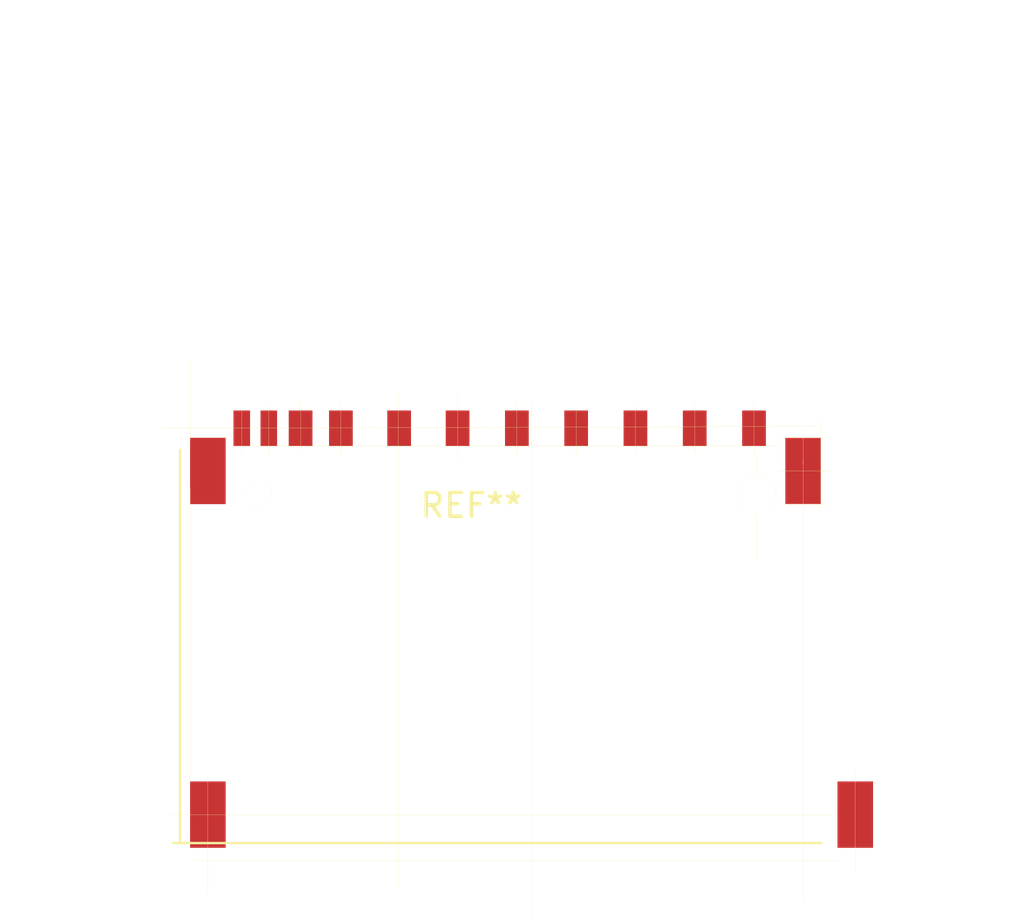
<source format=kicad_pcb>
(kicad_pcb (version 4) (host pcbnew 4.0.1-stable)

  (general
    (links 0)
    (no_connects 0)
    (area -17.57857 -22.4 25.500501 19.305)
    (thickness 1.6)
    (drawings 30)
    (tracks 0)
    (zones 0)
    (modules 1)
    (nets 1)
  )

  (page A4)
  (layers
    (0 F.Cu signal)
    (31 B.Cu signal)
    (36 B.SilkS user)
    (37 F.SilkS user)
    (38 B.Mask user)
    (39 F.Mask user)
    (40 Dwgs.User user)
    (44 Edge.Cuts user)
  )

  (setup
    (last_trace_width 0.25)
    (trace_clearance 0.2)
    (zone_clearance 0.508)
    (zone_45_only no)
    (trace_min 0.2)
    (segment_width 0.2)
    (edge_width 0.1)
    (via_size 0.6)
    (via_drill 0.4)
    (via_min_size 0.4)
    (via_min_drill 0.3)
    (uvia_size 0.3)
    (uvia_drill 0.1)
    (uvias_allowed no)
    (uvia_min_size 0.2)
    (uvia_min_drill 0.1)
    (pcb_text_width 0.3)
    (pcb_text_size 1.5 1.5)
    (mod_edge_width 0.15)
    (mod_text_size 1.27 1.27)
    (mod_text_width 0.3175)
    (pad_size 9.525 9.525)
    (pad_drill 3.8354)
    (pad_to_mask_clearance 0)
    (aux_axis_origin 0 0)
    (visible_elements FFFFFF7F)
    (pcbplotparams
      (layerselection 0x00030_80000001)
      (usegerberextensions false)
      (excludeedgelayer true)
      (linewidth 0.100000)
      (plotframeref false)
      (viasonmask false)
      (mode 1)
      (useauxorigin false)
      (hpglpennumber 1)
      (hpglpenspeed 20)
      (hpglpendiameter 15)
      (hpglpenoverlay 2)
      (psnegative false)
      (psa4output false)
      (plotreference true)
      (plotvalue true)
      (plotinvisibletext false)
      (padsonsilk false)
      (subtractmaskfromsilk false)
      (outputformat 1)
      (mirror false)
      (drillshape 1)
      (scaleselection 1)
      (outputdirectory ""))
  )

  (net 0 "")

  (net_class Default "This is the default net class."
    (clearance 0.2)
    (trace_width 0.25)
    (via_dia 0.6)
    (via_drill 0.4)
    (uvia_dia 0.3)
    (uvia_drill 0.1)
  )

  (module LandBoards_Conns:SD_CARD (layer F.Cu) (tedit 585D9589) (tstamp 585D7BCA)
    (at 0 0)
    (fp_text reference REF** (at 3.084 0.454) (layer F.SilkS)
      (effects (font (size 1 1) (thickness 0.15)))
    )
    (fp_text value SD_CARD (at 3.78 18.33) (layer F.Fab)
      (effects (font (size 1 1) (thickness 0.15)))
    )
    (fp_line (start 19.27 11.66) (end 19.27 15.97) (layer F.SilkS) (width 0.01))
    (fp_line (start 17.82 -3.07) (end 17.82 0.72) (layer F.SilkS) (width 0.01))
    (fp_line (start 17.82 0.72) (end 17.82 0.71) (layer F.SilkS) (width 0.01))
    (fp_line (start -8.78 -0.28) (end -8.78 12.17) (layer F.SilkS) (width 0.01))
    (fp_line (start -8.78 -2.29) (end -8.78 -5.78) (layer F.SilkS) (width 0.01))
    (fp_line (start -8.03 11.81) (end -8.03 16.86) (layer F.SilkS) (width 0.01))
    (fp_line (start -8.57 15.44) (end 18.54 15.44) (layer F.SilkS) (width 0.01))
    (fp_line (start 15.31 13.5) (end -9.64 13.5) (layer F.SilkS) (width 0.01))
    (fp_line (start 18.48 13.5) (end 15.3 13.5) (layer F.SilkS) (width 0.01))
    (fp_line (start 17.07 -1.27) (end 17.07 -2.74) (layer F.SilkS) (width 0.01))
    (fp_line (start 16.04 -1) (end 18.24 -1) (layer F.SilkS) (width 0.01))
    (fp_line (start 16.29 0.4) (end 18.17 0.4) (layer F.SilkS) (width 0.01))
    (fp_line (start 16.13 -2.4) (end 18.2 -2.4) (layer F.SilkS) (width 0.01))
    (fp_line (start 5.62 -3.9) (end 5.62 18) (layer F.SilkS) (width 0.01))
    (fp_line (start 15.12 -1.68) (end 15.12 2.79) (layer F.SilkS) (width 0.01))
    (fp_line (start 15 -3.85) (end 15 -1.55) (layer F.SilkS) (width 0.01))
    (fp_line (start 12.5 -3.84) (end 12.5 -1.78) (layer F.SilkS) (width 0.01))
    (fp_line (start 10 -3.79) (end 10 -1.68) (layer F.SilkS) (width 0.01))
    (fp_line (start 7.5 -3.73) (end 7.5 -1.73) (layer F.SilkS) (width 0.01))
    (fp_line (start 5 -3.89) (end 5 -1.57) (layer F.SilkS) (width 0.01))
    (fp_line (start 2.5 -4.37) (end 2.5 -1.47) (layer F.SilkS) (width 0.01))
    (fp_line (start -6.6 -3.71) (end -6.6 -1.71) (layer F.SilkS) (width 0.01))
    (fp_line (start -5.46 -3.77) (end -5.46 -1.64) (layer F.SilkS) (width 0.01))
    (fp_line (start -4.12 -3.92) (end -4.12 -1.84) (layer F.SilkS) (width 0.01))
    (fp_line (start -2.42 -3.78) (end -2.42 -1.66) (layer F.SilkS) (width 0.01))
    (fp_line (start 0 -4.37) (end 0 16.57) (layer F.SilkS) (width 0.01))
    (fp_line (start -10.12 -2.8) (end 17.69 -2.88) (layer F.SilkS) (width 0.01))
    (fp_line (start 17.07 -1.44) (end 17.07 17.23) (layer F.SilkS) (width 0.01))
    (fp_line (start -7.1 -2.05) (end 15.9 -2.05) (layer F.SilkS) (width 0.01))
    (fp_line (start -9.5 14.7) (end 17.85 14.7) (layer F.SilkS) (width 0.1))
    (fp_line (start -9.2 1.85) (end -9.2 14.7) (layer F.SilkS) (width 0.1))
    (fp_line (start -9.2 -1.9) (end -9.2 1.8) (layer F.SilkS) (width 0.1))
    (pad 14 smd rect (at -6.6 -2.8) (size 0.7 1.5) (layers F.Cu F.Mask))
    (pad 13 smd rect (at -5.46 -2.8) (size 0.7 1.5) (layers F.Cu F.Mask))
    (pad "" np_thru_hole circle (at 15.12 0) (size 1.6 1.6) (drill 1.6) (layers *.Cu *.Mask F.SilkS))
    (pad 2 smd rect (at 10 -2.8) (size 1 1.5) (layers F.Cu F.Mask))
    (pad 1 smd rect (at 12.5 -2.8) (size 1 1.5) (layers F.Cu F.Mask))
    (pad 3 smd rect (at 7.5 -2.8) (size 1 1.5) (layers F.Cu F.Mask))
    (pad 4 smd rect (at 5 -2.8) (size 1 1.5) (layers F.Cu F.Mask))
    (pad 5 smd rect (at 2.5 -2.8) (size 1 1.5) (layers F.Cu F.Mask))
    (pad 6 smd rect (at 0.036 -2.8) (size 1 1.5) (layers F.Cu F.Mask))
    (pad 7 smd rect (at -2.42 -2.8) (size 1 1.5) (layers F.Cu F.Mask))
    (pad 8 smd rect (at -4.12 -2.8) (size 1 1.5) (layers F.Cu F.Mask))
    (pad 9 smd rect (at 15 -2.8) (size 1 1.5) (layers F.Cu F.Mask))
    (pad 12 smd rect (at 17.07 -1) (size 1.5 2.8) (layers F.Cu F.Mask))
    (pad 9 smd rect (at -8.03 -1) (size 1.5 2.8) (layers F.Cu F.Mask))
    (pad 10 smd rect (at -8.03 13.5) (size 1.5 2.8) (layers F.Cu F.Mask))
    (pad 11 smd rect (at 19.27 13.5) (size 1.5 2.8) (layers F.Cu F.Mask))
    (pad "" np_thru_hole circle (at -5.88 0) (size 1.1 1.1) (drill 1.1) (layers *.Cu *.Mask F.SilkS))
  )

  (dimension 26.6 (width 0.01) (layer Dwgs.User)
    (gr_text "26.600 mm" (at 4.52 -21.4) (layer Dwgs.User)
      (effects (font (size 0.5 0.5) (thickness 0.01)))
    )
    (feature1 (pts (xy 17.82 -2.8) (xy 17.82 -22.75)))
    (feature2 (pts (xy -8.78 -2.8) (xy -8.78 -22.75)))
    (crossbar (pts (xy -8.78 -20.05) (xy 17.82 -20.05)))
    (arrow1a (pts (xy 17.82 -20.05) (xy 16.693496 -19.463579)))
    (arrow1b (pts (xy 17.82 -20.05) (xy 16.693496 -20.636421)))
    (arrow2a (pts (xy -8.78 -20.05) (xy -7.653496 -19.463579)))
    (arrow2b (pts (xy -8.78 -20.05) (xy -7.653496 -20.636421)))
  )
  (dimension 2.07 (width 0.01) (layer Dwgs.User)
    (gr_text "2.070 mm" (at 16.12 1.41) (layer Dwgs.User)
      (effects (font (size 0.5 0.5) (thickness 0.01)))
    )
    (feature1 (pts (xy 17.07 -2.05) (xy 17.07 1.1)))
    (feature2 (pts (xy 15 -2.05) (xy 15 1.1)))
    (crossbar (pts (xy 15 -1.6) (xy 17.07 -1.6)))
    (arrow1a (pts (xy 17.07 -1.6) (xy 15.943496 -1.013579)))
    (arrow1b (pts (xy 17.07 -1.6) (xy 15.943496 -2.186421)))
    (arrow2a (pts (xy 15 -1.6) (xy 16.126504 -1.013579)))
    (arrow2b (pts (xy 15 -1.6) (xy 16.126504 -2.186421)))
  )
  (dimension 1 (width 0.01) (layer Dwgs.User)
    (gr_text "1.000 mm" (at 15 -5.48) (layer Dwgs.User)
      (effects (font (size 0.5 0.5) (thickness 0.01)))
    )
    (feature1 (pts (xy 15.5 -3.55) (xy 15.5 -6.83)))
    (feature2 (pts (xy 14.5 -3.55) (xy 14.5 -6.83)))
    (crossbar (pts (xy 14.5 -4.13) (xy 15.5 -4.13)))
    (arrow1a (pts (xy 15.5 -4.13) (xy 14.373496 -3.543579)))
    (arrow1b (pts (xy 15.5 -4.13) (xy 14.373496 -4.716421)))
    (arrow2a (pts (xy 14.5 -4.13) (xy 15.626504 -3.543579)))
    (arrow2b (pts (xy 14.5 -4.13) (xy 15.626504 -4.716421)))
  )
  (dimension 21 (width 0.01) (layer Dwgs.User)
    (gr_text "21.000 mm" (at 4.62 6.759999) (layer Dwgs.User)
      (effects (font (size 0.5 0.5) (thickness 0.01)))
    )
    (feature1 (pts (xy -5.88 1.91) (xy -5.88 8.109999)))
    (feature2 (pts (xy 15.12 1.91) (xy 15.12 8.109999)))
    (crossbar (pts (xy 15.12 5.409999) (xy -5.88 5.409999)))
    (arrow1a (pts (xy -5.88 5.409999) (xy -4.753496 4.823578)))
    (arrow1b (pts (xy -5.88 5.409999) (xy -4.753496 5.99642)))
    (arrow2a (pts (xy 15.12 5.409999) (xy 13.993496 4.823578)))
    (arrow2b (pts (xy 15.12 5.409999) (xy 13.993496 5.99642)))
  )
  (dimension 1.5 (width 0.01) (layer Dwgs.User)
    (gr_text "1.500 mm" (at 19.27 17.13) (layer Dwgs.User)
      (effects (font (size 0.5 0.5) (thickness 0.01)))
    )
    (feature1 (pts (xy 20.02 14.9) (xy 20.02 18.48)))
    (feature2 (pts (xy 18.52 14.9) (xy 18.52 18.48)))
    (crossbar (pts (xy 18.52 15.78) (xy 20.02 15.78)))
    (arrow1a (pts (xy 20.02 15.78) (xy 18.893496 16.366421)))
    (arrow1b (pts (xy 20.02 15.78) (xy 18.893496 15.193579)))
    (arrow2a (pts (xy 18.52 15.78) (xy 19.646504 16.366421)))
    (arrow2b (pts (xy 18.52 15.78) (xy 19.646504 15.193579)))
  )
  (dimension 2.8 (width 0.01) (layer Dwgs.User)
    (gr_text "2.800 mm" (at 16.02 13.5 270) (layer Dwgs.User)
      (effects (font (size 0.5 0.5) (thickness 0.01)))
    )
    (feature1 (pts (xy 18.52 14.9) (xy 14.67 14.9)))
    (feature2 (pts (xy 18.52 12.1) (xy 14.67 12.1)))
    (crossbar (pts (xy 17.37 12.1) (xy 17.37 14.9)))
    (arrow1a (pts (xy 17.37 14.9) (xy 16.783579 13.773496)))
    (arrow1b (pts (xy 17.37 14.9) (xy 17.956421 13.773496)))
    (arrow2a (pts (xy 17.37 12.1) (xy 16.783579 13.226504)))
    (arrow2b (pts (xy 17.37 12.1) (xy 17.956421 13.226504)))
  )
  (dimension 14.5 (width 0.01) (layer Dwgs.User)
    (gr_text "14.500 mm" (at 26.45 6.25 270) (layer Dwgs.User)
      (effects (font (size 0.5 0.5) (thickness 0.01)))
    )
    (feature1 (pts (xy 17.07 13.5) (xy 27.8 13.5)))
    (feature2 (pts (xy 17.07 -1) (xy 27.8 -1)))
    (crossbar (pts (xy 25.1 -1) (xy 25.1 13.5)))
    (arrow1a (pts (xy 25.1 13.5) (xy 24.513579 12.373496)))
    (arrow1b (pts (xy 25.1 13.5) (xy 25.686421 12.373496)))
    (arrow2a (pts (xy 25.1 -1) (xy 24.513579 0.126504)))
    (arrow2b (pts (xy 25.1 -1) (xy 25.686421 0.126504)))
  )
  (gr_line (start 17.6 1.91) (end -7.92 1.91) (angle 90) (layer Dwgs.User) (width 0.01))
  (dimension 11.5 (width 0.01) (layer Dwgs.User)
    (gr_text "11.500 mm" (at -0.13 4.17) (layer Dwgs.User)
      (effects (font (size 0.5 0.5) (thickness 0.01)))
    )
    (feature1 (pts (xy -5.88 1.3) (xy -5.88 5.52)))
    (feature2 (pts (xy 5.62 1.3) (xy 5.62 5.52)))
    (crossbar (pts (xy 5.62 2.82) (xy -5.88 2.82)))
    (arrow1a (pts (xy -5.88 2.82) (xy -4.753496 2.233579)))
    (arrow1b (pts (xy -5.88 2.82) (xy -4.753496 3.406421)))
    (arrow2a (pts (xy 5.62 2.82) (xy 4.493496 2.233579)))
    (arrow2b (pts (xy 5.62 2.82) (xy 4.493496 3.406421)))
  )
  (gr_line (start 5.62 1) (end 5.62 1.91) (angle 90) (layer Dwgs.User) (width 0.01))
  (gr_line (start -6.38 1.3) (end 7.54 1.3) (angle 90) (layer Dwgs.User) (width 0.01))
  (gr_line (start -5.88 -0.65) (end -5.88 1.59) (angle 90) (layer Dwgs.User) (width 0.01))
  (dimension 15 (width 0.1) (layer Dwgs.User)
    (gr_text "15.000 mm" (at 7.5 -9.45) (layer Dwgs.User)
      (effects (font (size 0.5 0.5) (thickness 0.1)))
    )
    (feature1 (pts (xy 15 -2.8) (xy 15 -10.8)))
    (feature2 (pts (xy 0 -2.8) (xy 0 -10.8)))
    (crossbar (pts (xy 0 -8.1) (xy 15 -8.1)))
    (arrow1a (pts (xy 15 -8.1) (xy 13.873496 -7.513579)))
    (arrow1b (pts (xy 15 -8.1) (xy 13.873496 -8.686421)))
    (arrow2a (pts (xy 0 -8.1) (xy 1.126504 -7.513579)))
    (arrow2b (pts (xy 0 -8.1) (xy 1.126504 -8.686421)))
  )
  (gr_line (start 15 -3.83) (end 15 -1.06) (angle 90) (layer Dwgs.User) (width 0.001))
  (dimension 6.6 (width 0.1) (layer Dwgs.User)
    (gr_text "6.600 mm" (at -3.3 -15.68) (layer Dwgs.User)
      (effects (font (size 0.5 0.5) (thickness 0.1)))
    )
    (feature1 (pts (xy -6.6 -2.8) (xy -6.6 -17.03)))
    (feature2 (pts (xy 0 -2.8) (xy 0 -17.03)))
    (crossbar (pts (xy 0 -14.33) (xy -6.6 -14.33)))
    (arrow1a (pts (xy -6.6 -14.33) (xy -5.473496 -14.916421)))
    (arrow1b (pts (xy -6.6 -14.33) (xy -5.473496 -13.743579)))
    (arrow2a (pts (xy 0 -14.33) (xy -1.126504 -14.916421)))
    (arrow2b (pts (xy 0 -14.33) (xy -1.126504 -13.743579)))
  )
  (dimension 5.46 (width 0.1) (layer Dwgs.User)
    (gr_text "5.460 mm" (at -2.73 -12.25) (layer Dwgs.User)
      (effects (font (size 0.5 0.5) (thickness 0.1)))
    )
    (feature1 (pts (xy -5.46 -2.8) (xy -5.46 -13.6)))
    (feature2 (pts (xy 0 -2.8) (xy 0 -13.6)))
    (crossbar (pts (xy 0 -10.9) (xy -5.46 -10.9)))
    (arrow1a (pts (xy -5.46 -10.9) (xy -4.333496 -11.486421)))
    (arrow1b (pts (xy -5.46 -10.9) (xy -4.333496 -10.313579)))
    (arrow2a (pts (xy 0 -10.9) (xy -1.126504 -11.486421)))
    (arrow2b (pts (xy 0 -10.9) (xy -1.126504 -10.313579)))
  )
  (gr_line (start -5.46 -4.42) (end -5.46 -1.03) (angle 90) (layer Dwgs.User) (width 0.01))
  (dimension 4.12 (width 0.1) (layer Dwgs.User)
    (gr_text "4.120 mm" (at -2.06 -9.45) (layer Dwgs.User)
      (effects (font (size 0.5 0.5) (thickness 0.1)))
    )
    (feature1 (pts (xy -4.12 -2.8) (xy -4.12 -10.8)))
    (feature2 (pts (xy 0 -2.8) (xy 0 -10.8)))
    (crossbar (pts (xy 0 -8.1) (xy -4.12 -8.1)))
    (arrow1a (pts (xy -4.12 -8.1) (xy -2.993496 -8.686421)))
    (arrow1b (pts (xy -4.12 -8.1) (xy -2.993496 -7.513579)))
    (arrow2a (pts (xy 0 -8.1) (xy -1.126504 -8.686421)))
    (arrow2b (pts (xy 0 -8.1) (xy -1.126504 -7.513579)))
  )
  (gr_line (start -4.12 -3.98) (end -4.12 -0.95) (angle 90) (layer Dwgs.User) (width 0.01))
  (dimension 2.42 (width 0.1) (layer Dwgs.User)
    (gr_text "2.420 mm" (at -1.18 -6.87) (layer Dwgs.User)
      (effects (font (size 0.5 0.5) (thickness 0.1)))
    )
    (feature1 (pts (xy -2.42 -2.8) (xy -2.42 -6.88)))
    (feature2 (pts (xy 0 -2.8) (xy 0 -6.88)))
    (crossbar (pts (xy 0 -4.18) (xy -2.42 -4.18)))
    (arrow1a (pts (xy -2.42 -4.18) (xy -1.293496 -4.766421)))
    (arrow1b (pts (xy -2.42 -4.18) (xy -1.293496 -3.593579)))
    (arrow2a (pts (xy 0 -4.18) (xy -1.126504 -4.766421)))
    (arrow2b (pts (xy 0 -4.18) (xy -1.126504 -3.593579)))
  )
  (gr_line (start -2.42 -4.19) (end -2.42 -0.86) (angle 90) (layer Dwgs.User) (width 0.01))
  (gr_line (start 18.7 -2.8) (end -9.9 -2.8) (angle 90) (layer Dwgs.User) (width 0.01))
  (gr_line (start 3.12 -3.94) (end 3.12 15.29) (angle 90) (layer Dwgs.User) (width 0.001))
  (gr_line (start 0 -4) (end 0 -1.05) (angle 90) (layer Dwgs.User) (width 0.001))
  (dimension 2.05 (width 0.1) (layer Dwgs.User)
    (gr_text "2.050 mm" (at -15.6 -1.025 90) (layer Dwgs.User)
      (effects (font (size 0.5 0.5) (thickness 0.1)))
    )
    (feature1 (pts (xy -6.6 -2.05) (xy -16.95 -2.05)))
    (feature2 (pts (xy -6.6 0) (xy -16.95 0)))
    (crossbar (pts (xy -14.25 0) (xy -14.25 -2.05)))
    (arrow1a (pts (xy -14.25 -2.05) (xy -13.663579 -0.923496)))
    (arrow1b (pts (xy -14.25 -2.05) (xy -14.836421 -0.923496)))
    (arrow2a (pts (xy -14.25 0) (xy -13.663579 -1.126504)))
    (arrow2b (pts (xy -14.25 0) (xy -14.836421 -1.126504)))
  )
  (dimension 0.7 (width 0.1) (layer Dwgs.User)
    (gr_text "0.700 mm" (at -6.6 -5.5) (layer Dwgs.User)
      (effects (font (size 0.5 0.5) (thickness 0.1)))
    )
    (feature1 (pts (xy -6.25 -3.55) (xy -6.25 -6.85)))
    (feature2 (pts (xy -6.95 -3.55) (xy -6.95 -6.85)))
    (crossbar (pts (xy -6.95 -4.15) (xy -6.25 -4.15)))
    (arrow1a (pts (xy -6.25 -4.15) (xy -7.376504 -3.563579)))
    (arrow1b (pts (xy -6.25 -4.15) (xy -7.376504 -4.736421)))
    (arrow2a (pts (xy -6.95 -4.15) (xy -5.823496 -3.563579)))
    (arrow2b (pts (xy -6.95 -4.15) (xy -5.823496 -4.736421)))
  )
  (dimension 1.5 (width 0.1) (layer Dwgs.User)
    (gr_text "1.500 mm" (at -12.2 -2.8 90) (layer Dwgs.User)
      (effects (font (size 0.5 0.5) (thickness 0.1)))
    )
    (feature1 (pts (xy -6.95 -3.55) (xy -13.55 -3.55)))
    (feature2 (pts (xy -6.95 -2.05) (xy -13.55 -2.05)))
    (crossbar (pts (xy -10.85 -2.05) (xy -10.85 -3.55)))
    (arrow1a (pts (xy -10.85 -3.55) (xy -10.263579 -2.423496)))
    (arrow1b (pts (xy -10.85 -3.55) (xy -11.436421 -2.423496)))
    (arrow2a (pts (xy -10.85 -2.05) (xy -10.263579 -3.176504)))
    (arrow2b (pts (xy -10.85 -2.05) (xy -11.436421 -3.176504)))
  )
  (gr_line (start -9.85 -2.05) (end 21.45 -2.05) (angle 90) (layer Dwgs.User) (width 0.01))
  (gr_line (start -13.5 0) (end 25.5 0) (angle 90) (layer Dwgs.User) (width 0.001))
  (gr_line (start -6.6 17.1) (end -6.6 -8) (angle 90) (layer Dwgs.User) (width 0.001))

)

</source>
